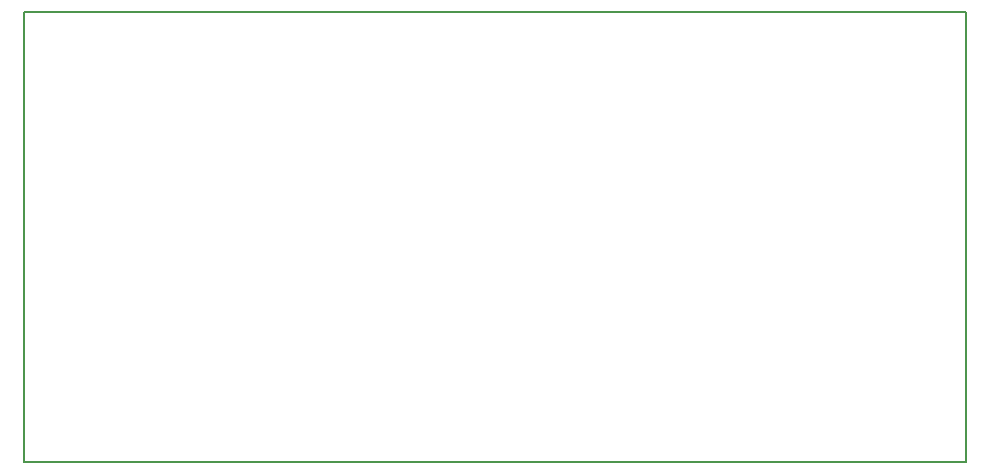
<source format=gbr>
G04 #@! TF.GenerationSoftware,KiCad,Pcbnew,5.0.2-bee76a0~70~ubuntu18.04.1*
G04 #@! TF.CreationDate,2019-09-20T23:32:28+01:00*
G04 #@! TF.ProjectId,Shock Sensor,53686f63-6b20-4536-956e-736f722e6b69,rev?*
G04 #@! TF.SameCoordinates,Original*
G04 #@! TF.FileFunction,Profile,NP*
%FSLAX46Y46*%
G04 Gerber Fmt 4.6, Leading zero omitted, Abs format (unit mm)*
G04 Created by KiCad (PCBNEW 5.0.2-bee76a0~70~ubuntu18.04.1) date Fri 20 Sep 2019 23:32:28 BST*
%MOMM*%
%LPD*%
G01*
G04 APERTURE LIST*
%ADD10C,0.150000*%
G04 APERTURE END LIST*
D10*
X103124000Y-131572000D02*
X103124000Y-93472000D01*
X182880000Y-131572000D02*
X103124000Y-131572000D01*
X182880000Y-93472000D02*
X182880000Y-131572000D01*
X103124000Y-93472000D02*
X182880000Y-93472000D01*
M02*

</source>
